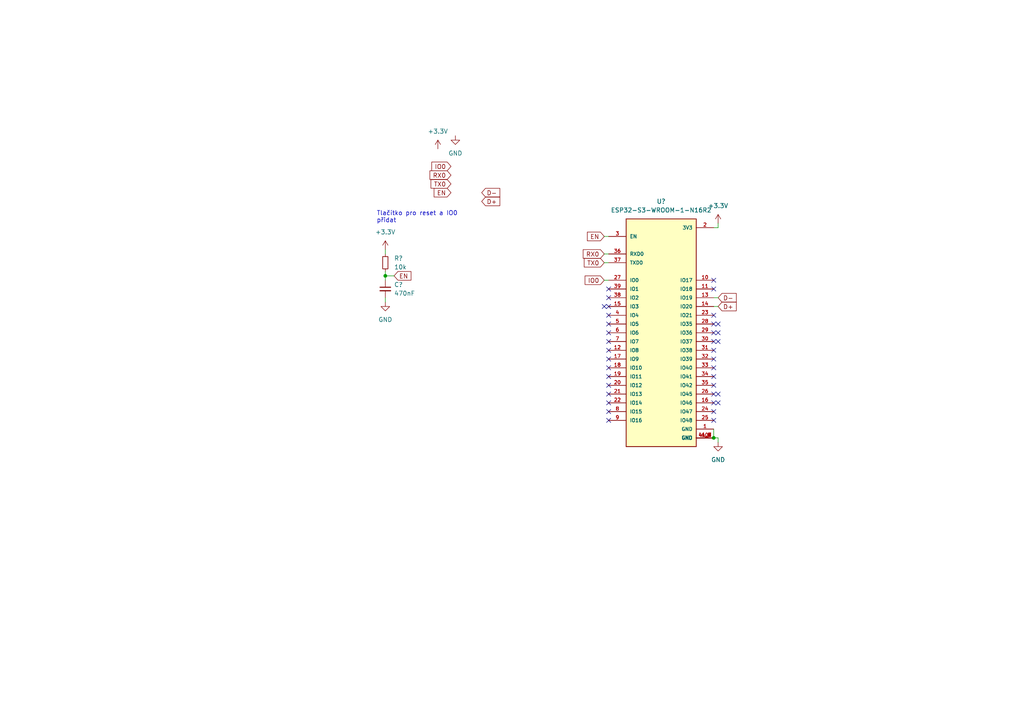
<source format=kicad_sch>
(kicad_sch (version 20211123) (generator eeschema)
  (paper "A4")
  (lib_symbols
    (symbol "Device:C_Small" (pin_numbers hide) (pin_names (offset 0.254) hide)
      (property "Reference" "C" (at 0.254 1.778 0))
      (property "Value" "C_Small" (at 0.254 -2.032 0))
      (symbol "C_Small_0_1"
        (polyline (pts (xy -1.524 -0.508) (xy 1.524 -0.508)) (stroke (width 0.3302)))
        (polyline (pts (xy -1.524 0.508) (xy 1.524 0.508)) (stroke (width 0.3048)))
      )
      (symbol "C_Small_1_1"
        (pin passive line (at 0 2.54 270) (length 2.032) (name "~") (number "1"))
        (pin passive line (at 0 -2.54 90) (length 2.032) (name "~") (number "2"))
      )
    )
    (symbol "Device:R_Small" (pin_numbers hide) (pin_names (offset 0.254) hide)
      (property "Reference" "R" (at 0.762 0.508 0))
      (property "Value" "R_Small" (at 0.762 -1.016 0))
      (symbol "R_Small_0_1"
        (rectangle (start -0.762 1.778) (end 0.762 -1.778) (stroke (width 0.2032)))
      )
      (symbol "R_Small_1_1"
        (pin passive line (at 0 2.54 270) (length 0.762) (name "~") (number "1"))
        (pin passive line (at 0 -2.54 90) (length 0.762) (name "~") (number "2"))
      )
    )
    (symbol "ESP32-S3-WROOM-1-N16R2:ESP32-S3-WROOM-1-N16R2" (pin_names (offset 1.016))
      (property "Reference" "U" (at -10.16 34.1122 0))
      (property "Value" "ESP32-S3-WROOM-1-N16R2" (at -10.16 -35.56 0))
      (symbol "ESP32-S3-WROOM-1-N16R2_0_0"
        (rectangle (start -10.16 -33.02) (end 10.16 33.02) (stroke (width 0.254)) (fill (type background)))
        (pin power_in line (at 15.24 -27.94 180) (length 5.08) (name "GND") (number "1"))
        (pin bidirectional line (at 15.24 15.24 180) (length 5.08) (name "IO17") (number "10"))
        (pin bidirectional line (at 15.24 12.7 180) (length 5.08) (name "IO18") (number "11"))
        (pin bidirectional line (at -15.24 -5.08 0) (length 5.08) (name "IO8") (number "12"))
        (pin bidirectional line (at 15.24 10.16 180) (length 5.08) (name "IO19") (number "13"))
        (pin bidirectional line (at 15.24 7.62 180) (length 5.08) (name "IO20") (number "14"))
        (pin bidirectional line (at -15.24 7.62 0) (length 5.08) (name "IO3") (number "15"))
        (pin bidirectional line (at 15.24 -20.32 180) (length 5.08) (name "IO46") (number "16"))
        (pin bidirectional line (at -15.24 -7.62 0) (length 5.08) (name "IO9") (number "17"))
        (pin bidirectional line (at -15.24 -10.16 0) (length 5.08) (name "IO10") (number "18"))
        (pin bidirectional line (at -15.24 -12.7 0) (length 5.08) (name "IO11") (number "19"))
        (pin power_in line (at 15.24 30.48 180) (length 5.08) (name "3V3") (number "2"))
        (pin bidirectional line (at -15.24 -15.24 0) (length 5.08) (name "IO12") (number "20"))
        (pin bidirectional line (at -15.24 -17.78 0) (length 5.08) (name "IO13") (number "21"))
        (pin bidirectional line (at -15.24 -20.32 0) (length 5.08) (name "IO14") (number "22"))
        (pin bidirectional line (at 15.24 5.08 180) (length 5.08) (name "IO21") (number "23"))
        (pin bidirectional line (at 15.24 -22.86 180) (length 5.08) (name "IO47") (number "24"))
        (pin bidirectional line (at 15.24 -25.4 180) (length 5.08) (name "IO48") (number "25"))
        (pin bidirectional line (at 15.24 -17.78 180) (length 5.08) (name "IO45") (number "26"))
        (pin bidirectional line (at -15.24 15.24 0) (length 5.08) (name "IO0") (number "27"))
        (pin bidirectional line (at 15.24 2.54 180) (length 5.08) (name "IO35") (number "28"))
        (pin bidirectional line (at 15.24 0 180) (length 5.08) (name "IO36") (number "29"))
        (pin input line (at -15.24 27.94 0) (length 5.08) (name "EN") (number "3"))
        (pin bidirectional line (at 15.24 -2.54 180) (length 5.08) (name "IO37") (number "30"))
        (pin bidirectional line (at 15.24 -5.08 180) (length 5.08) (name "IO38") (number "31"))
        (pin bidirectional line (at 15.24 -7.62 180) (length 5.08) (name "IO39") (number "32"))
        (pin bidirectional line (at 15.24 -10.16 180) (length 5.08) (name "IO40") (number "33"))
        (pin bidirectional line (at 15.24 -12.7 180) (length 5.08) (name "IO41") (number "34"))
        (pin bidirectional line (at 15.24 -15.24 180) (length 5.08) (name "IO42") (number "35"))
        (pin bidirectional line (at -15.24 22.86 0) (length 5.08) (name "RXD0") (number "36"))
        (pin bidirectional line (at -15.24 20.32 0) (length 5.08) (name "TXD0") (number "37"))
        (pin bidirectional line (at -15.24 10.16 0) (length 5.08) (name "IO2") (number "38"))
        (pin bidirectional line (at -15.24 12.7 0) (length 5.08) (name "IO1") (number "39"))
        (pin bidirectional line (at -15.24 5.08 0) (length 5.08) (name "IO4") (number "4"))
        (pin power_in line (at 15.24 -30.48 180) (length 5.08) (name "GND") (number "40"))
        (pin power_in line (at 15.24 -30.48 180) (length 5.08) (name "GND") (number "41_1"))
        (pin power_in line (at 15.24 -30.48 180) (length 5.08) (name "GND") (number "41_2"))
        (pin power_in line (at 15.24 -30.48 180) (length 5.08) (name "GND") (number "41_3"))
        (pin power_in line (at 15.24 -30.48 180) (length 5.08) (name "GND") (number "41_4"))
        (pin power_in line (at 15.24 -30.48 180) (length 5.08) (name "GND") (number "41_5"))
        (pin power_in line (at 15.24 -30.48 180) (length 5.08) (name "GND") (number "41_6"))
        (pin power_in line (at 15.24 -30.48 180) (length 5.08) (name "GND") (number "41_7"))
        (pin power_in line (at 15.24 -30.48 180) (length 5.08) (name "GND") (number "41_8"))
        (pin power_in line (at 15.24 -30.48 180) (length 5.08) (name "GND") (number "41_9"))
        (pin bidirectional line (at -15.24 2.54 0) (length 5.08) (name "IO5") (number "5"))
        (pin bidirectional line (at -15.24 0 0) (length 5.08) (name "IO6") (number "6"))
        (pin bidirectional line (at -15.24 -2.54 0) (length 5.08) (name "IO7") (number "7"))
        (pin bidirectional line (at -15.24 -22.86 0) (length 5.08) (name "IO15") (number "8"))
        (pin bidirectional line (at -15.24 -25.4 0) (length 5.08) (name "IO16") (number "9"))
      )
    )
    (symbol "power:+3.3V" (power) (pin_names (offset 0))
      (property "Value" "+3.3V" (at 0 3.556 0))
      (symbol "+3.3V_0_1"
        (polyline (pts (xy -0.762 1.27) (xy 0 2.54)))
        (polyline (pts (xy 0 0) (xy 0 2.54)))
        (polyline (pts (xy 0 2.54) (xy 0.762 1.27)))
      )
      (symbol "+3.3V_1_1"
        (pin power_in line (at 0 0 90) (length 0) hide (name "+3.3V") (number "1"))
      )
    )
    (symbol "power:GND" (power) (pin_names (offset 0))
      (property "Value" "GND" (at 0 -3.81 0))
      (symbol "GND_0_1"
        (polyline (pts (xy 0 0) (xy 0 -1.27) (xy 1.27 -1.27) (xy 0 -2.54) (xy -1.27 -1.27) (xy 0 -1.27)))
      )
      (symbol "GND_1_1"
        (pin power_in line (at 0 0 270) (length 0) hide (name "GND") (number "1"))
      )
    )
  )
  (junction (at 207.01 127))
  (junction (at 111.76 80.01))
  (no_connect (at 176.53 109.22))
  (no_connect (at 176.53 116.84))
  (no_connect (at 208.28 96.52))
  (no_connect (at 207.01 83.82))
  (no_connect (at 207.01 111.76))
  (no_connect (at 207.01 104.14))
  (no_connect (at 176.53 114.3))
  (no_connect (at 176.53 106.68))
  (no_connect (at 207.01 121.92))
  (no_connect (at 208.28 116.84))
  (no_connect (at 176.53 111.76))
  (no_connect (at 176.53 121.92))
  (no_connect (at 176.53 93.98))
  (no_connect (at 207.01 116.84))
  (no_connect (at 208.28 93.98))
  (no_connect (at 176.53 86.36))
  (no_connect (at 175.26 88.9))
  (no_connect (at 208.28 99.06))
  (no_connect (at 207.01 96.52))
  (no_connect (at 176.53 104.14))
  (no_connect (at 176.53 96.52))
  (no_connect (at 176.53 91.44))
  (no_connect (at 207.01 81.28))
  (no_connect (at 176.53 119.38))
  (no_connect (at 207.01 101.6))
  (no_connect (at 207.01 106.68))
  (no_connect (at 207.01 109.22))
  (no_connect (at 176.53 83.82))
  (no_connect (at 176.53 99.06))
  (no_connect (at 208.28 114.3))
  (no_connect (at 207.01 93.98))
  (no_connect (at 176.53 88.9))
  (no_connect (at 207.01 119.38))
  (no_connect (at 207.01 99.06))
  (no_connect (at 176.53 101.6))
  (no_connect (at 207.01 114.3))
  (no_connect (at 207.01 91.44))
  (wire (pts (xy 208.28 128.27) (xy 208.28 127)))
  (wire (pts (xy 111.76 78.74) (xy 111.76 80.01)))
  (wire (pts (xy 175.26 81.28) (xy 176.53 81.28)))
  (wire (pts (xy 175.26 73.66) (xy 176.53 73.66)))
  (wire (pts (xy 207.01 124.46) (xy 207.01 127)))
  (wire (pts (xy 207.01 86.36) (xy 208.28 86.36)))
  (wire (pts (xy 207.01 88.9) (xy 208.28 88.9)))
  (wire (pts (xy 111.76 87.63) (xy 111.76 86.36)))
  (wire (pts (xy 207.01 127) (xy 208.28 127)))
  (wire (pts (xy 111.76 72.39) (xy 111.76 73.66)))
  (wire (pts (xy 175.26 76.2) (xy 176.53 76.2)))
  (wire (pts (xy 175.26 68.58) (xy 176.53 68.58)))
  (wire (pts (xy 208.28 64.77) (xy 208.28 66.04)))
  (wire (pts (xy 111.76 80.01) (xy 111.76 81.28)))
  (wire (pts (xy 111.76 80.01) (xy 114.3 80.01)))
  (wire (pts (xy 207.01 66.04) (xy 208.28 66.04)))
  (text "Tlačítko pro reset a IO0\npřidat\n" (at 109.22 64.77 0) (effects (font (size 1.27 1.27)) (justify left bottom)))
  (global_label "TX0" (shape input) (at 130.81 53.34 180) (property "Intersheet References" "${INTERSHEET_REFS}" (effects hide)))
  (global_label "IO0" (shape input) (at 175.26 81.28 180) (property "Intersheet References" "${INTERSHEET_REFS}" (effects hide)))
  (global_label "D+" (shape input) (at 208.28 88.9 0) (property "Intersheet References" "${INTERSHEET_REFS}" (effects hide)))
  (global_label "D-" (shape input) (at 139.7 55.88 0) (property "Intersheet References" "${INTERSHEET_REFS}" (effects hide)))
  (global_label "EN" (shape input) (at 114.3 80.01 0) (property "Intersheet References" "${INTERSHEET_REFS}" (effects hide)))
  (global_label "RX0" (shape input) (at 175.26 73.66 180) (property "Intersheet References" "${INTERSHEET_REFS}" (effects hide)))
  (global_label "D+" (shape input) (at 139.7 58.42 0) (property "Intersheet References" "${INTERSHEET_REFS}" (effects hide)))
  (global_label "D-" (shape input) (at 208.28 86.36 0) (property "Intersheet References" "${INTERSHEET_REFS}" (effects hide)))
  (global_label "EN" (shape input) (at 130.81 55.88 180) (property "Intersheet References" "${INTERSHEET_REFS}" (effects hide)))
  (global_label "RX0" (shape input) (at 130.81 50.8 180) (property "Intersheet References" "${INTERSHEET_REFS}" (effects hide)))
  (global_label "TX0" (shape input) (at 175.26 76.2 180) (property "Intersheet References" "${INTERSHEET_REFS}" (effects hide)))
  (global_label "IO0" (shape input) (at 130.81 48.26 180) (property "Intersheet References" "${INTERSHEET_REFS}" (effects hide)))
  (global_label "EN" (shape input) (at 175.26 68.58 180) (property "Intersheet References" "${INTERSHEET_REFS}" (effects hide)))
  (symbol (lib_id "power:GND") (at 111.76 87.63 0) (unit 1)
    (property "Reference" "#PWR?" (effects hide))
    (property "Value" "GND" (at 111.76 92.71 0))
  )
  (symbol (lib_id "power:+3.3V") (at 111.76 72.39 0) (unit 1)
    (property "Reference" "#PWR?" (effects hide))
    (property "Value" "+3.3V" (at 111.76 67.31 0))
  )
  (symbol (lib_id "power:GND") (at 208.28 128.27 0) (unit 1)
    (property "Reference" "#PWR?" (effects hide))
    (property "Value" "GND" (at 208.28 133.35 0))
  )
  (symbol (lib_id "ESP32-S3-WROOM-1-N16R2:ESP32-S3-WROOM-1-N16R2") (at 191.77 96.52 0) (unit 1)
    (property "Reference" "U?" (at 191.77 58.42 0))
    (property "Value" "ESP32-S3-WROOM-1-N16R2" (at 191.77 60.96 0))
    (property "Footprint" "esp32S3:XCVR_ESP32-S3-WROOM-1-N16R2" (effects hide))
    (property "PARTREV" "v1.0" (effects hide))
    (property "MAXIMUM_PACKAGE_HEIGHT" "3.25mm" (effects hide))
    (property "STANDARD" "Manufacturer Recommendations" (effects hide))
    (property "MANUFACTURER" "Espressif" (effects hide))
  )
  (symbol (lib_id "power:+3.3V") (at 208.28 64.77 0) (unit 1)
    (property "Reference" "#PWR?" (effects hide))
    (property "Value" "+3.3V" (at 208.28 59.69 0))
  )
  (symbol (lib_id "power:+3.3V") (at 127 43.18 0) (unit 1)
    (property "Reference" "#PWR?" (effects hide))
    (property "Value" "+3.3V" (at 127 38.1 0))
  )
  (symbol (lib_id "power:GND") (at 132.08 39.37 0) (unit 1)
    (property "Reference" "#PWR?" (effects hide))
    (property "Value" "GND" (at 132.08 44.45 0))
  )
  (symbol (lib_id "Device:C_Small") (at 111.76 83.82 0) (unit 1)
    (property "Reference" "C?" (at 114.3 82.5562 0) (effects (justify left)))
    (property "Value" "470nF" (at 114.3 85.0962 0) (effects (justify left)))
    (property "Footprint" "Capacitor_SMD:C_0805_2012Metric" (effects hide))
  )
  (symbol (lib_id "Device:R_Small") (at 111.76 76.2 0) (unit 1)
    (property "Reference" "R?" (at 114.3 74.9299 0) (effects (justify left)))
    (property "Value" "10k" (at 114.3 77.4699 0) (effects (justify left)))
    (property "Footprint" "Resistor_SMD:R_0805_2012Metric" (effects hide))
  )
)
</source>
